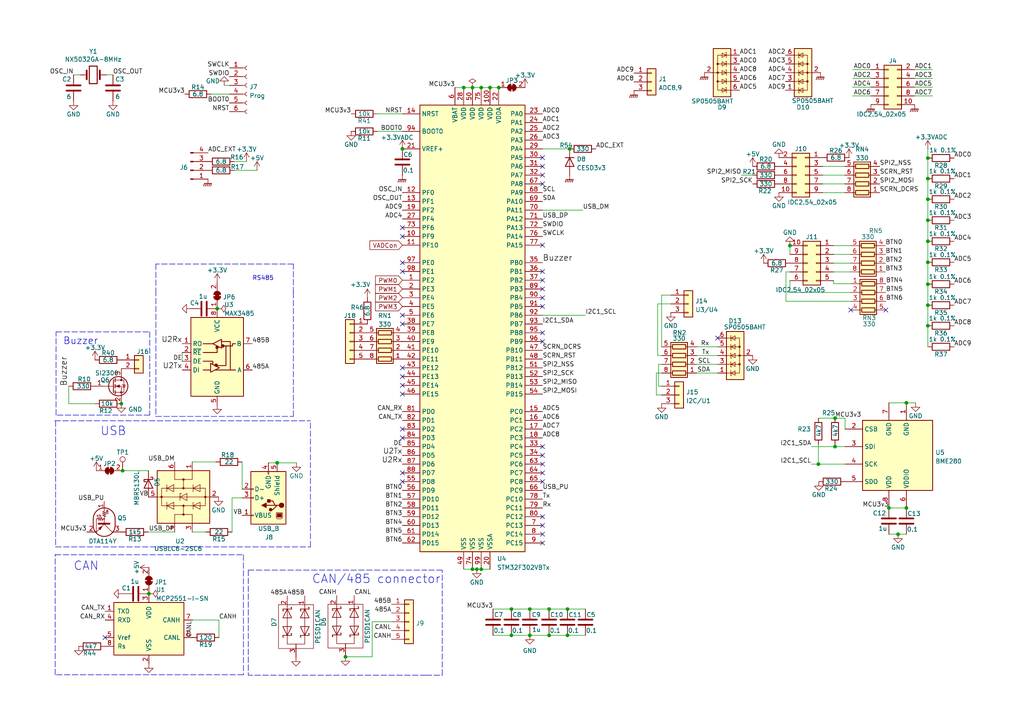
<source format=kicad_sch>
(kicad_sch (version 20211123) (generator eeschema)
  (paper "A4")
  (junction (at 269.113 82.423))
  (junction (at 229.108 71.247))
  (junction (at 165.227 43.18))
  (junction (at 35.179 117.094))
  (junction (at 144.653 25.4))
  (junction (at 142.113 25.4))
  (junction (at 260.477 154.94))
  (junction (at 137.033 165.1))
  (junction (at 269.113 88.519))
  (junction (at 100.203 190.5))
  (junction (at 134.493 25.4))
  (junction (at 159.258 176.657))
  (junction (at 257.81 147.32))
  (junction (at 164.592 184.277))
  (junction (at 159.258 184.277))
  (junction (at 269.113 51.816))
  (junction (at 242.189 121.285))
  (junction (at 153.67 184.277))
  (junction (at 262.89 147.32))
  (junction (at 269.113 45.847))
  (junction (at 269.113 94.488))
  (junction (at 139.573 25.4))
  (junction (at 269.113 69.977))
  (junction (at 269.113 63.881))
  (junction (at 139.573 165.1))
  (junction (at 148.336 176.657))
  (junction (at 262.89 116.84))
  (junction (at 137.033 25.4))
  (junction (at 269.113 57.785))
  (junction (at 43.18 172.212))
  (junction (at 269.113 76.073))
  (junction (at 62.992 89.535))
  (junction (at 148.336 184.277))
  (junction (at 237.363 134.62))
  (junction (at 164.592 176.657))
  (junction (at 153.67 176.657))
  (junction (at 80.391 134.239))
  (junction (at 116.713 43.18))
  (junction (at 35.56 136.525))
  (junction (at 242.189 129.54))
  (junction (at 138.303 165.1))
  (no_connect (at 157.353 71.12))
  (no_connect (at 157.353 132.08))
  (no_connect (at 157.353 129.54))
  (no_connect (at 256.921 89.916))
  (no_connect (at 246.761 89.916))
  (no_connect (at 157.353 157.48))
  (no_connect (at 116.713 66.04))
  (no_connect (at 157.353 81.28))
  (no_connect (at 157.353 45.72))
  (no_connect (at 157.353 48.26))
  (no_connect (at 157.353 50.8))
  (no_connect (at 157.353 53.34))
  (no_connect (at 30.48 184.912))
  (no_connect (at 208.153 98.044))
  (no_connect (at 116.713 137.16))
  (no_connect (at 116.713 139.7))
  (no_connect (at 116.713 106.68))
  (no_connect (at 116.713 109.22))
  (no_connect (at 116.713 111.76))
  (no_connect (at 116.713 114.3))
  (no_connect (at 116.713 124.46))
  (no_connect (at 116.713 127))
  (no_connect (at 157.353 139.7))
  (no_connect (at 157.353 137.16))
  (no_connect (at 157.353 134.62))
  (no_connect (at 157.353 154.94))
  (no_connect (at 157.353 152.4))
  (no_connect (at 157.353 149.86))
  (no_connect (at 116.713 68.58))
  (no_connect (at 157.353 99.06))
  (no_connect (at 157.353 96.52))
  (no_connect (at 157.353 78.74))
  (no_connect (at 116.713 76.2))
  (no_connect (at 116.713 78.74))
  (no_connect (at 116.713 91.44))
  (no_connect (at 116.713 93.98))
  (no_connect (at 157.353 83.82))
  (no_connect (at 157.353 88.9))
  (no_connect (at 157.353 86.36))
  (wire (pts (xy 159.258 176.657) (xy 164.592 176.657)))
  (wire (pts (xy 235.331 134.62) (xy 237.363 134.62)))
  (wire (pts (xy 131.953 25.4) (xy 134.493 25.4)))
  (wire (pts (xy 238.633 50.8) (xy 244.983 50.8)))
  (wire (pts (xy 241.808 76.327) (xy 246.634 76.327)))
  (wire (pts (xy 208.153 100.584) (xy 202.057 100.584)))
  (wire (pts (xy 269.113 51.816) (xy 269.113 57.785)))
  (wire (pts (xy 137.033 165.1) (xy 138.303 165.1)))
  (wire (pts (xy 191.897 103.124) (xy 190.754 103.124)))
  (wire (pts (xy 67.31 144.399) (xy 70.231 144.399)))
  (polyline (pts (xy 128.27 165.354) (xy 123.317 165.354)))
  (wire (pts (xy 265.303 20.193) (xy 270.51 20.193)))
  (wire (pts (xy 229.108 78.867) (xy 227.965 78.867)))
  (wire (pts (xy 32.766 21.717) (xy 30.861 21.717)))
  (polyline (pts (xy 16.129 122.047) (xy 16.129 158.623)))
  (wire (pts (xy 153.67 184.277) (xy 159.258 184.277)))
  (wire (pts (xy 237.363 121.285) (xy 242.189 121.285)))
  (wire (pts (xy 242.189 129.54) (xy 245.11 129.54)))
  (wire (pts (xy 247.269 20.193) (xy 252.603 20.193)))
  (wire (pts (xy 269.113 43.307) (xy 269.113 45.847)))
  (wire (pts (xy 241.808 78.867) (xy 246.634 78.867)))
  (wire (pts (xy 134.493 25.4) (xy 137.033 25.4)))
  (wire (pts (xy 269.113 45.847) (xy 269.113 51.816)))
  (wire (pts (xy 80.391 134.239) (xy 85.979 134.239)))
  (wire (pts (xy 143.002 176.657) (xy 148.336 176.657)))
  (polyline (pts (xy 72.009 165.354) (xy 72.009 195.834)))
  (polyline (pts (xy 123.571 195.834) (xy 128.27 195.834)))
  (wire (pts (xy 229.108 71.247) (xy 229.108 73.787)))
  (wire (pts (xy 148.336 184.277) (xy 153.67 184.277)))
  (wire (pts (xy 208.153 105.664) (xy 202.057 105.664)))
  (wire (pts (xy 245.11 134.62) (xy 237.363 134.62)))
  (wire (pts (xy 265.303 22.733) (xy 270.51 22.733)))
  (wire (pts (xy 237.363 134.62) (xy 237.363 128.905)))
  (wire (pts (xy 241.808 73.787) (xy 246.634 73.787)))
  (polyline (pts (xy 85.09 120.777) (xy 85.09 84.201)))
  (wire (pts (xy 247.269 25.273) (xy 252.603 25.273)))
  (wire (pts (xy 257.81 154.94) (xy 260.477 154.94)))
  (wire (pts (xy 241.808 81.407) (xy 241.808 82.296)))
  (wire (pts (xy 107.95 180.34) (xy 107.95 190.5)))
  (wire (pts (xy 100.203 190.627) (xy 100.203 190.5)))
  (polyline (pts (xy 16.256 120.396) (xy 16.256 96.266)))
  (polyline (pts (xy 72.009 165.354) (xy 123.571 165.354)))
  (polyline (pts (xy 16.129 158.623) (xy 90.043 158.623)))
  (wire (pts (xy 139.573 25.4) (xy 142.113 25.4)))
  (wire (pts (xy 208.153 103.124) (xy 202.057 103.124)))
  (wire (pts (xy 238.633 48.26) (xy 244.983 48.26)))
  (wire (pts (xy 194.564 88.138) (xy 190.754 88.138)))
  (wire (pts (xy 227.965 87.376) (xy 246.761 87.376)))
  (wire (pts (xy 42.926 154.305) (xy 50.673 154.305)))
  (wire (pts (xy 52.832 104.775) (xy 52.832 102.235)))
  (wire (pts (xy 35.56 136.525) (xy 43.053 136.525)))
  (wire (pts (xy 260.477 154.94) (xy 262.89 154.94)))
  (wire (pts (xy 159.258 184.277) (xy 164.592 184.277)))
  (wire (pts (xy 229.108 84.836) (xy 229.108 81.407)))
  (wire (pts (xy 262.89 116.84) (xy 265.557 116.84)))
  (wire (pts (xy 169.799 176.657) (xy 164.592 176.657)))
  (wire (pts (xy 247.269 22.733) (xy 252.603 22.733)))
  (wire (pts (xy 169.799 184.277) (xy 164.592 184.277)))
  (wire (pts (xy 138.303 165.1) (xy 139.573 165.1)))
  (wire (pts (xy 242.189 128.905) (xy 242.189 129.54)))
  (wire (pts (xy 148.336 176.657) (xy 153.67 176.657)))
  (wire (pts (xy 241.808 82.296) (xy 246.761 82.296)))
  (wire (pts (xy 269.113 57.785) (xy 269.113 63.881)))
  (wire (pts (xy 19.939 117.094) (xy 19.939 112.014)))
  (polyline (pts (xy 123.571 195.834) (xy 72.009 195.834)))
  (wire (pts (xy 142.113 25.4) (xy 144.653 25.4)))
  (polyline (pts (xy 70.612 195.707) (xy 16.002 195.707)))
  (polyline (pts (xy 16.002 195.707) (xy 16.002 160.782)))
  (wire (pts (xy 241.808 71.247) (xy 246.634 71.247)))
  (wire (pts (xy 190.373 108.204) (xy 190.373 114.554)))
  (polyline (pts (xy 45.212 76.581) (xy 45.212 84.074)))
  (wire (pts (xy 65.024 24.765) (xy 66.548 24.765)))
  (polyline (pts (xy 43.434 96.266) (xy 43.434 120.396)))
  (polyline (pts (xy 128.27 195.834) (xy 128.27 165.354)))
  (wire (pts (xy 238.633 53.34) (xy 244.983 53.34)))
  (wire (pts (xy 191.897 85.598) (xy 191.897 100.584)))
  (wire (pts (xy 227.965 78.867) (xy 227.965 87.376)))
  (wire (pts (xy 238.633 55.88) (xy 244.983 55.88)))
  (wire (pts (xy 246.761 84.836) (xy 229.108 84.836)))
  (wire (pts (xy 134.493 165.1) (xy 137.033 165.1)))
  (polyline (pts (xy 45.212 84.201) (xy 45.212 120.777)))
  (polyline (pts (xy 15.875 122.047) (xy 90.043 122.047)))
  (wire (pts (xy 139.573 165.1) (xy 142.113 165.1)))
  (wire (pts (xy 191.008 105.664) (xy 191.897 105.664)))
  (wire (pts (xy 61.214 27.305) (xy 66.548 27.305)))
  (wire (pts (xy 63.5 184.912) (xy 63.5 179.832)))
  (wire (pts (xy 55.753 154.305) (xy 59.69 154.305)))
  (polyline (pts (xy 85.09 84.963) (xy 85.09 76.581)))
  (polyline (pts (xy 43.434 120.396) (xy 16.256 120.396)))
  (wire (pts (xy 269.113 94.488) (xy 269.113 100.584)))
  (wire (pts (xy 67.31 154.305) (xy 67.31 144.399)))
  (wire (pts (xy 169.799 91.44) (xy 157.353 91.44)))
  (wire (pts (xy 137.033 25.4) (xy 139.573 25.4)))
  (wire (pts (xy 269.113 82.423) (xy 269.113 88.519)))
  (wire (pts (xy 215.011 50.8) (xy 218.313 50.8)))
  (wire (pts (xy 109.474 33.02) (xy 116.713 33.02)))
  (wire (pts (xy 269.113 63.881) (xy 269.113 69.977)))
  (wire (pts (xy 265.303 25.273) (xy 270.51 25.273)))
  (wire (pts (xy 242.189 121.285) (xy 245.11 121.285)))
  (wire (pts (xy 169.037 60.96) (xy 157.353 60.96)))
  (wire (pts (xy 55.753 133.985) (xy 62.611 133.985)))
  (wire (pts (xy 191.897 112.014) (xy 191.008 112.014)))
  (wire (pts (xy 269.113 69.977) (xy 269.113 76.073)))
  (wire (pts (xy 190.373 114.554) (xy 191.897 114.554)))
  (polyline (pts (xy 16.002 160.909) (xy 70.612 160.909)))
  (wire (pts (xy 257.81 147.32) (xy 262.89 147.32)))
  (wire (pts (xy 190.754 88.138) (xy 190.754 103.124)))
  (wire (pts (xy 269.113 76.073) (xy 269.113 82.423)))
  (wire (pts (xy 21.336 21.717) (xy 23.241 21.717)))
  (wire (pts (xy 67.945 46.863) (xy 71.501 46.863)))
  (wire (pts (xy 100.203 190.5) (xy 107.95 190.5)))
  (wire (pts (xy 109.474 38.1) (xy 116.713 38.1)))
  (wire (pts (xy 208.153 108.204) (xy 202.057 108.204)))
  (wire (pts (xy 265.303 27.813) (xy 270.51 27.813)))
  (wire (pts (xy 153.67 176.657) (xy 159.258 176.657)))
  (wire (pts (xy 77.851 134.239) (xy 80.391 134.239)))
  (polyline (pts (xy 85.09 76.581) (xy 45.212 76.581)))
  (wire (pts (xy 245.11 121.285) (xy 245.11 124.46)))
  (wire (pts (xy 191.897 85.598) (xy 194.564 85.598)))
  (polyline (pts (xy 16.256 96.266) (xy 43.434 96.266)))
  (polyline (pts (xy 90.043 158.623) (xy 90.043 122.047)))
  (wire (pts (xy 247.269 27.813) (xy 252.603 27.813)))
  (wire (pts (xy 27.559 117.094) (xy 19.939 117.094)))
  (wire (pts (xy 143.002 184.277) (xy 148.336 184.277)))
  (wire (pts (xy 269.113 88.519) (xy 269.113 94.488)))
  (wire (pts (xy 191.008 112.014) (xy 191.008 105.664)))
  (polyline (pts (xy 70.612 160.909) (xy 70.612 195.707)))
  (wire (pts (xy 70.231 133.985) (xy 70.231 141.859)))
  (wire (pts (xy 67.945 49.403) (xy 74.549 49.403)))
  (wire (pts (xy 157.353 43.18) (xy 165.227 43.18)))
  (polyline (pts (xy 45.212 120.777) (xy 85.09 120.777)))
  (wire (pts (xy 257.81 116.84) (xy 262.89 116.84)))
  (wire (pts (xy 191.897 108.204) (xy 190.373 108.204)))
  (wire (pts (xy 63.5 179.832) (xy 55.88 179.832)))
  (wire (pts (xy 235.331 129.54) (xy 242.189 129.54)))
  (wire (pts (xy 113.538 180.34) (xy 107.95 180.34)))
  (text "USB" (at 36.703 126.619 180) (effects (font (size 2.4892 2.4892)) (justify right bottom)))
  (text "RS485" (at 73.152 81.534 0) (effects (font (size 1.27 1.27)) (justify left bottom)))
  (text "Buzzer" (at 18.288 100.203 0) (effects (font (size 2.0066 2.0066)) (justify left bottom)))
  (text "CAN/485 connector" (at 90.424 169.545 0) (effects (font (size 2.4892 2.4892)) (justify left bottom)))
  (text "CAN" (at 28.702 165.735 180) (effects (font (size 2.4892 2.4892)) (justify right bottom)))
  (label "CAN_TX" (at 30.48 177.292 180))
  (label "SPI2_SCK" (at 218.313 53.34 180))
  (label "ADC1" (at 265.303 20.193 0))
  (label "ADC8" (at 183.896 23.749 180))
  (label "ADC4" (at 116.713 63.5 180))
  (label "OSC_IN" (at 21.336 21.717 180))
  (label "MCU3v3" (at 131.953 25.4 180))
  (label "ADC_EXT" (at 172.847 43.18 0))
  (label "ADC0" (at 157.353 33.02 0))
  (label "SCRN_RST" (at 157.353 104.14 0))
  (label "ADC4" (at 252.603 25.273 180))
  (label "BOOT0" (at 66.548 29.845 180))
  (label "Tx" (at 205.74 103.124 180))
  (label "CANH" (at 113.538 185.42 180))
  (label "CAN_TX" (at 116.713 121.92 180))
  (label "OSC_IN" (at 116.713 55.88 180))
  (label "U2Tx" (at 52.832 107.315 180) (effects (font (size 1.524 1.524))))
  (label "OSC_OUT" (at 116.713 58.42 180))
  (label "SWDIO" (at 66.548 22.225 180))
  (label "DE" (at 52.832 104.775 180))
  (label "CAN_RX" (at 116.713 119.38 180))
  (label "MCU3v3" (at 257.81 147.32 180))
  (label "CAN_RX" (at 30.48 179.832 180))
  (label "VB" (at 70.231 149.479 180))
  (label "CANL" (at 55.88 184.912 90))
  (label "SCRN_RST" (at 255.143 50.8 0))
  (label "MCU3v3" (at 101.854 33.02 180))
  (label "SPI2_NSS" (at 255.143 48.26 0))
  (label "Buzzer" (at 19.939 112.014 90) (effects (font (size 1.7018 1.7018))))
  (label "ADC1" (at 276.733 51.816 0))
  (label "ADC5" (at 157.353 119.38 0))
  (label "MCU3v3" (at 25.146 154.305 180))
  (label "SDA" (at 157.353 58.42 0))
  (label "BTN1" (at 256.794 73.787 0))
  (label "SCRN_DCRS" (at 255.143 55.88 0))
  (label "USB_DP" (at 50.673 154.305 180))
  (label "ADC0" (at 276.733 45.847 0))
  (label "485B" (at 88.392 172.847 180))
  (label "SPI2_MISO" (at 157.353 111.76 0))
  (label "USB_DM" (at 169.037 60.96 0))
  (label "USB_DM" (at 50.673 133.985 180))
  (label "ADC7" (at 265.303 27.813 0))
  (label "NRST" (at 66.548 32.385 180))
  (label "ADC6" (at 252.603 27.813 180))
  (label "ADC4" (at 276.733 69.977 0))
  (label "SCRN_DCRS" (at 157.353 101.6 0))
  (label "485B" (at 113.538 175.26 180))
  (label "ADC2" (at 157.353 38.1 0))
  (label "BTN3" (at 256.794 78.867 0))
  (label "ADC0" (at 252.603 20.193 180))
  (label "VB" (at 43.053 144.145 180))
  (label "BTN2" (at 256.794 76.327 0))
  (label "ADC7" (at 157.353 124.46 0))
  (label "MCU3v3" (at 143.002 176.657 180))
  (label "USB_DP" (at 157.353 63.5 0))
  (label "CANL" (at 102.743 172.72 0))
  (label "U2Tx" (at 116.713 132.08 180) (effects (font (size 1.524 1.524))))
  (label "CANL" (at 113.538 182.88 180))
  (label "OSC_OUT" (at 32.766 21.717 0))
  (label "SWCLK" (at 66.548 19.685 180))
  (label "Buzzer" (at 157.353 76.2 0) (effects (font (size 1.7018 1.7018))))
  (label "BTN3" (at 116.713 149.86 180))
  (label "DE" (at 116.713 129.54 180))
  (label "485A" (at 113.538 177.8 180))
  (label "SPI2_MOSI" (at 255.143 53.34 0))
  (label "ADC3" (at 227.838 18.542 180))
  (label "SCL" (at 206.121 105.664 180))
  (label "ADC8" (at 157.353 127 0))
  (label "ADC0" (at 214.503 18.542 0))
  (label "ADC_EXT" (at 60.325 44.323 0))
  (label "I2C1_SDA" (at 235.331 129.54 180))
  (label "ADC7" (at 276.733 88.519 0))
  (label "ADC6" (at 157.353 121.92 0))
  (label "BTN5" (at 116.713 154.94 180))
  (label "ADC1" (at 214.503 16.002 0))
  (label "I2C1_SCL" (at 235.331 134.62 180))
  (label "U2Rx" (at 116.713 134.62 180) (effects (font (size 1.524 1.524))))
  (label "BOOT0" (at 116.713 38.1 180))
  (label "ADC2" (at 276.733 57.785 0))
  (label "U2Rx" (at 52.832 99.695 180) (effects (font (size 1.524 1.524))))
  (label "MCU3v3" (at 242.189 121.285 0))
  (label "SPI2_SCK" (at 157.353 109.22 0))
  (label "USB_PU" (at 30.226 145.415 180))
  (label "SDA" (at 205.994 108.204 180))
  (label "ADC6" (at 276.733 82.423 0))
  (label "BTN2" (at 116.713 147.32 180))
  (label "BTN1" (at 116.713 144.78 180))
  (label "I2C1_SDA" (at 157.353 93.98 0))
  (label "BTN6" (at 256.921 87.376 0))
  (label "I2C1_SCL" (at 169.799 91.44 0))
  (label "ADC9" (at 276.733 100.584 0))
  (label "ADC9" (at 227.838 26.162 180))
  (label "ADC3" (at 157.353 40.64 0))
  (label "MCU3v3" (at 53.594 27.305 180))
  (label "ADC9" (at 183.896 21.209 180))
  (label "SWCLK" (at 157.353 68.58 0))
  (label "ADC5" (at 276.733 76.073 0))
  (label "ADC3" (at 276.733 63.881 0))
  (label "ADC8" (at 276.733 94.488 0))
  (label "ADC8" (at 214.503 21.082 0))
  (label "ADC1" (at 157.353 35.56 0))
  (label "Rx" (at 157.353 147.32 0))
  (label "CANH" (at 97.663 172.72 180))
  (label "BTN4" (at 116.713 152.4 180))
  (label "ADC6" (at 214.503 23.622 0))
  (label "BTN5" (at 256.921 84.836 0))
  (label "NRST" (at 116.713 33.02 180))
  (label "BTN0" (at 256.794 71.247 0))
  (label "CANH" (at 63.5 179.832 0))
  (label "485A" (at 73.152 107.315 0))
  (label "BTN4" (at 256.921 82.296 0))
  (label "ADC9" (at 116.713 60.96 180))
  (label "SWDIO" (at 157.353 66.04 0))
  (label "Rx" (at 205.74 100.584 180))
  (label "SPI2_MOSI" (at 157.353 114.3 0))
  (label "BTN0" (at 116.713 142.24 180))
  (label "ADC5" (at 265.303 25.273 0))
  (label "BTN6" (at 116.713 157.48 180))
  (label "ADC5" (at 214.503 26.162 0))
  (label "Tx" (at 157.353 144.78 0))
  (label "ADC4" (at 227.838 21.082 180))
  (label "485B" (at 73.152 99.695 0))
  (label "ADC2" (at 227.838 16.002 180))
  (label "SPI2_MISO" (at 215.011 50.8 180))
  (label "ADC2" (at 252.603 22.733 180))
  (label "ADC3" (at 265.303 22.733 0))
  (label "USB_PU" (at 157.353 142.24 0))
  (label "SPI2_NSS" (at 157.353 106.68 0))
  (label "ADC7" (at 227.838 23.622 180))
  (label "SCL" (at 157.353 55.88 0))
  (label "485A" (at 83.312 172.847 180))
  (global_label "PWM1" (shape input) (at 116.713 83.82 180) (property "Intersheet References" "${INTERSHEET_REFS}" (effects hide)))
  (global_label "PWM3" (shape input) (at 116.713 88.9 180) (property "Intersheet References" "${INTERSHEET_REFS}" (effects hide)))
  (global_label "PWM0" (shape input) (at 116.713 81.28 180) (property "Intersheet References" "${INTERSHEET_REFS}" (effects hide)))
  (global_label "PWM2" (shape input) (at 116.713 86.36 180) (property "Intersheet References" "${INTERSHEET_REFS}" (effects hide)))
  (global_label "VADCon" (shape input) (at 116.713 71.12 180) (property "Intersheet References" "${INTERSHEET_REFS}" (effects hide)))
  (symbol (lib_id "Device:R") (at 272.923 100.584 90) (unit 1)
    (property "Reference" "R37" (at 272.923 102.743 90))
    (property "Value" "1k 0.1%" (at 273.304 98.425 90))
    (property "Footprint" "Resistor_SMD:R_0805_2012Metric_Pad1.20x1.40mm_HandSolder" (effects hide))
  )
  (symbol (lib_id "Device:R") (at 64.135 46.863 270) (unit 1)
    (property "Reference" "R16" (at 68.707 45.593 90))
    (property "Value" "6.8" (at 64.135 46.863 90))
    (property "Footprint" "Resistor_SMD:R_0603_1608Metric_Pad0.98x0.95mm_HandSolder" (effects hide))
  )
  (symbol (lib_id "power:+3.3VADC") (at 269.113 43.307 0) (unit 1)
    (property "Reference" "#PWR050" (effects hide))
    (property "Value" "+3.3VADC" (at 270.129 39.751 0))
  )
  (symbol (lib_id "power:GND") (at 138.303 165.1 0) (unit 1)
    (property "Reference" "#PWR032" (effects hide))
    (property "Value" "GND" (at 138.303 168.91 0))
  )
  (symbol (lib_id "Connector:Conn_01x04_Male") (at 55.245 49.403 0) (mirror x) (unit 1)
    (property "Reference" "J6" (at 54.5339 48.5668 0) (effects (justify right)))
    (property "Value" "ADCext" (effects hide))
    (property "Footprint" "Connector_JST:JST_EH_B4B-EH-A_1x04_P2.50mm_Vertical" (effects hide))
  )
  (symbol (lib_id "power:GND") (at 32.766 29.337 0) (unit 1)
    (property "Reference" "#PWR016" (effects hide))
    (property "Value" "GND" (at 32.766 33.147 0))
  )
  (symbol (lib_id "Device:D_Schottky") (at 43.053 140.335 270) (unit 1)
    (property "Reference" "D5" (at 45.593 139.827 0))
    (property "Value" "MBRS130L" (at 39.624 141.605 0))
    (property "Footprint" "Diode_SMD:D_SMB_Handsoldering" (effects hide))
  )
  (symbol (lib_id "Device:R") (at 272.923 88.519 90) (unit 1)
    (property "Reference" "R35" (at 272.923 90.678 90))
    (property "Value" "1k 0.1%" (at 273.304 86.36 90))
    (property "Footprint" "Resistor_SMD:R_0805_2012Metric_Pad1.20x1.40mm_HandSolder" (effects hide))
  )
  (symbol (lib_id "power:GND") (at 62.992 117.475 0) (unit 1)
    (property "Reference" "#PWR024" (effects hide))
    (property "Value" "GND" (effects hide))
  )
  (symbol (lib_id "Device:R") (at 272.923 76.073 90) (unit 1)
    (property "Reference" "R33" (at 272.923 78.232 90))
    (property "Value" "1k 0.1%" (at 273.304 73.914 90))
    (property "Footprint" "Resistor_SMD:R_0805_2012Metric_Pad1.20x1.40mm_HandSolder" (effects hide))
  )
  (symbol (lib_id "power:GND") (at 237.49 139.7 0) (unit 1)
    (property "Reference" "#PWR043" (effects hide))
    (property "Value" "GND" (at 237.49 143.51 0))
  )
  (symbol (lib_id "Jumper:SolderJumper_2_Bridged") (at 31.75 136.525 0) (unit 1)
    (property "Reference" "JP2" (at 31.75 134.4732 0))
    (property "Value" "USB5V" (effects hide))
    (property "Footprint" "Jumper:SolderJumper-2_P1.3mm_Open_TrianglePad1.0x1.5mm" (effects hide))
  )
  (symbol (lib_id "power:+3.3V") (at 221.488 76.327 0) (unit 1)
    (property "Reference" "#PWR045" (effects hide))
    (property "Value" "+3.3V" (at 221.488 72.771 0))
  )
  (symbol (lib_id "power:PWR_FLAG") (at 43.18 172.212 270) (unit 1)
    (property "Reference" "#FLG0101" (effects hide))
    (property "Value" "PWR_FLAG" (effects hide))
  )
  (symbol (lib_id "power:GNDPWR") (at 116.713 50.8 0) (unit 1)
    (property "Reference" "#PWR01" (effects hide))
    (property "Value" "GNDPWR" (effects hide))
  )
  (symbol (lib_id "Device:R") (at 272.923 63.881 90) (unit 1)
    (property "Reference" "R31" (at 272.923 66.04 90))
    (property "Value" "1k 0.1%" (at 273.304 61.722 90))
    (property "Footprint" "Resistor_SMD:R_0805_2012Metric_Pad1.20x1.40mm_HandSolder" (effects hide))
  )
  (symbol (lib_id "Device:C") (at 116.713 46.99 0) (unit 1)
    (property "Reference" "C6" (at 116.967 44.831 0) (effects (justify left)))
    (property "Value" "0.1" (at 116.84 49.403 0) (effects (justify left)))
    (property "Footprint" "Capacitor_SMD:C_0603_1608Metric_Pad1.08x0.95mm_HandSolder" (effects hide))
  )
  (symbol (lib_id "Connector_Generic:Conn_01x03") (at 199.644 88.138 0) (unit 1)
    (property "Reference" "J14" (at 201.676 87.3033 0) (effects (justify left)))
    (property "Value" "U3/U4" (at 201.676 89.8402 0) (effects (justify left)))
    (property "Footprint" "Connector_JST:JST_EH_B3B-EH-A_1x03_P2.50mm_Vertical" (effects hide))
  )
  (symbol (lib_id "power:GND") (at 225.933 55.88 0) (unit 1)
    (property "Reference" "#PWR039" (effects hide))
    (property "Value" "GND" (at 225.933 59.69 0))
  )
  (symbol (lib_id "Device:R") (at 26.67 187.452 90) (unit 1)
    (property "Reference" "R44" (at 27.94 189.484 90) (effects (justify left)))
    (property "Value" "4k7" (at 28.194 187.452 90) (effects (justify left)))
    (property "Footprint" "Resistor_SMD:R_0603_1608Metric_Pad0.98x0.95mm_HandSolder" (effects hide))
  )
  (symbol (lib_id "Device:R") (at 272.923 94.488 90) (unit 1)
    (property "Reference" "R36" (at 272.923 96.647 90))
    (property "Value" "1k 0.1%" (at 273.304 92.329 90))
    (property "Footprint" "Resistor_SMD:R_0805_2012Metric_Pad1.20x1.40mm_HandSolder" (effects hide))
  )
  (symbol (lib_id "Device:C") (at 159.258 180.467 0) (unit 1)
    (property "Reference" "C10" (at 159.512 178.308 0) (effects (justify left)))
    (property "Value" "0.1" (at 159.385 182.88 0) (effects (justify left)))
    (property "Footprint" "Capacitor_SMD:C_0603_1608Metric_Pad1.08x0.95mm_HandSolder" (effects hide))
  )
  (symbol (lib_id "Device:C") (at 59.182 89.535 90) (unit 1)
    (property "Reference" "C4" (at 57.785 87.884 90) (effects (justify left)))
    (property "Value" "1u" (at 60.198 85.979 90) (effects (justify left)))
    (property "Footprint" "Capacitor_SMD:C_0603_1608Metric_Pad1.08x0.95mm_HandSolder" (effects hide))
  )
  (symbol (lib_id "Device:R") (at 57.404 27.305 90) (unit 1)
    (property "Reference" "R14" (at 57.404 25.273 90))
    (property "Value" "6.8" (at 57.404 27.305 90))
    (property "Footprint" "Resistor_SMD:R_0603_1608Metric_Pad0.98x0.95mm_HandSolder" (effects hide))
  )
  (symbol (lib_id "Connector_Generic:Conn_02x05_Counter_Clockwise") (at 236.728 76.327 0) (mirror y) (unit 1)
    (property "Reference" "J11" (at 235.458 68.707 0))
    (property "Value" "IDC2.54_02x05" (at 232.156 84.074 0))
    (property "Footprint" "Connector_IDC:IDC-Header_2x05_P2.54mm_Vertical" (effects hide))
  )
  (symbol (lib_id "Device:R") (at 106.553 90.17 0) (unit 1)
    (property "Reference" "R46" (at 103.632 89.154 0))
    (property "Value" "6.8" (at 106.553 90.17 90))
    (property "Footprint" "Resistor_SMD:R_0603_1608Metric_Pad0.98x0.95mm_HandSolder" (effects hide))
  )
  (symbol (lib_id "Power_Protection:USBLC6-2SC6") (at 53.213 144.145 90) (mirror x) (unit 1)
    (property "Reference" "U2" (at 52.197 156.972 90))
    (property "Value" "USBLC6-2SC6" (at 51.689 159.131 90))
    (property "Footprint" "Package_TO_SOT_SMD:SOT-23-6" (effects hide))
    (property "Datasheet" "https://www.st.com/resource/en/datasheet/usblc6-2.pdf" (effects hide))
  )
  (symbol (lib_id "power:+5V") (at 74.549 49.403 0) (unit 1)
    (property "Reference" "#PWR028" (effects hide))
    (property "Value" "+5V" (at 74.549 45.8272 0))
  )
  (symbol (lib_id "power:GND") (at 65.024 24.765 180) (unit 1)
    (property "Reference" "#PWR026" (effects hide))
    (property "Value" "GND" (at 59.69 23.495 0) (effects (justify right)))
  )
  (symbol (lib_id "Power_Protection:SP0505BAHT") (at 209.423 21.082 270) (unit 1)
    (property "Reference" "D9" (at 209.423 31.115 90))
    (property "Value" "SP0505BAHT" (at 206.629 29.337 90))
    (property "Footprint" "Package_TO_SOT_SMD:SOT-23-6" (effects hide))
    (property "Datasheet" "http://www.littelfuse.com/~/media/files/littelfuse/technical%20resources/documents/data%20sheets/sp05xxba.pdf" (effects hide))
  )
  (symbol (lib_id "Device:R") (at 39.116 154.305 270) (unit 1)
    (property "Reference" "R13" (at 39.116 156.337 90))
    (property "Value" "1k5" (at 39.116 154.305 90))
    (property "Footprint" "Resistor_SMD:R_0603_1608Metric_Pad0.98x0.95mm_HandSolder" (effects hide))
  )
  (symbol (lib_id "Device:R") (at 237.363 125.095 0) (unit 1)
    (property "Reference" "R23" (at 231.267 124.46 0) (effects (justify left)))
    (property "Value" "4k7" (at 237.49 126.746 90) (effects (justify left)))
    (property "Footprint" "Resistor_SMD:R_0603_1608Metric_Pad0.98x0.95mm_HandSolder" (effects hide))
  )
  (symbol (lib_id "Device:C") (at 148.336 180.467 0) (unit 1)
    (property "Reference" "C8" (at 148.59 178.308 0) (effects (justify left)))
    (property "Value" "0.1" (at 148.463 182.88 0) (effects (justify left)))
    (property "Footprint" "Capacitor_SMD:C_0603_1608Metric_Pad1.08x0.95mm_HandSolder" (effects hide))
  )
  (symbol (lib_id "Device:R") (at 23.749 112.014 270) (unit 1)
    (property "Reference" "R10" (at 22.479 109.982 90) (effects (justify left)))
    (property "Value" "330" (at 22.225 112.014 90) (effects (justify left)))
    (property "Footprint" "Resistor_SMD:R_0603_1608Metric_Pad0.98x0.95mm_HandSolder" (effects hide))
  )
  (symbol (lib_id "power:PWR_FLAG") (at 62.992 89.535 270) (unit 1)
    (property "Reference" "#FLG0102" (effects hide))
    (property "Value" "PWR_FLAG" (effects hide))
  )
  (symbol (lib_id "Device:R") (at 169.037 43.18 90) (unit 1)
    (property "Reference" "R54" (at 164.211 42.164 90))
    (property "Value" "330" (at 169.037 43.18 90))
    (property "Footprint" "Resistor_SMD:R_0603_1608Metric_Pad0.98x0.95mm_HandSolder" (effects hide))
  )
  (symbol (lib_id "Device:R") (at 105.664 38.1 270) (unit 1)
    (property "Reference" "R11" (at 105.664 40.132 90))
    (property "Value" "10k" (at 105.664 38.1 90))
    (property "Footprint" "Resistor_SMD:R_0603_1608Metric_Pad0.98x0.95mm_HandSolder" (effects hide))
  )
  (symbol (lib_id "power:GNDPWR") (at 265.303 30.353 0) (unit 1)
    (property "Reference" "#PWR048" (effects hide))
    (property "Value" "GNDPWR" (effects hide))
  )
  (symbol (lib_id "Device:Q_NMOS_GSD") (at 32.639 112.014 0) (unit 1)
    (property "Reference" "Q6" (at 29.083 110.236 0) (effects (justify left)))
    (property "Value" "SI2300" (at 27.559 108.204 0) (effects (justify left)))
    (property "Footprint" "Package_TO_SOT_SMD:SOT-23_Handsoldering" (effects hide))
  )
  (symbol (lib_id "Interface_CAN_LIN:MCP2551-I-SN") (at 43.18 182.372 0) (unit 1)
    (property "Reference" "U1" (at 45.1994 171.0522 0) (effects (justify left)))
    (property "Value" "MCP2551-I-SN" (at 45.1994 173.5891 0) (effects (justify left)))
    (property "Footprint" "Package_SO:SOIC-8_3.9x4.9mm_P1.27mm" (effects hide))
    (property "Datasheet" "http://ww1.microchip.com/downloads/en/devicedoc/21667d.pdf" (effects hide))
  )
  (symbol (lib_id "Device:C") (at 169.799 180.467 0) (unit 1)
    (property "Reference" "C5" (at 170.053 178.308 0) (effects (justify left)))
    (property "Value" "0.1" (at 169.926 182.88 0) (effects (justify left)))
    (property "Footprint" "Capacitor_SMD:C_0603_1608Metric_Pad1.08x0.95mm_HandSolder" (effects hide))
  )
  (symbol (lib_id "power:+3.3V") (at 62.992 81.915 0) (unit 1)
    (property "Reference" "#PWR023" (effects hide))
    (property "Value" "+3.3V" (at 62.992 78.359 0))
  )
  (symbol (lib_id "power:GND") (at 260.477 154.94 0) (unit 1)
    (property "Reference" "#PWR047" (effects hide))
    (property "Value" "GND" (at 260.477 158.75 0))
  )
  (symbol (lib_id "Device:R_Pack04") (at 111.633 99.06 90) (unit 1)
    (property "Reference" "RN1" (at 111.633 91.5502 90))
    (property "Value" "330" (at 111.633 94.0871 90))
    (property "Footprint" "Resistor_SMD:R_Array_Convex_4x0603" (effects hide))
  )
  (symbol (lib_id "power:GND") (at 229.108 71.247 180) (unit 1)
    (property "Reference" "#PWR040" (effects hide))
    (property "Value" "GND" (at 229.108 67.437 0))
  )
  (symbol (lib_id "power:GND") (at 194.564 90.678 0) (unit 1)
    (property "Reference" "#PWR072" (effects hide))
    (property "Value" "GND" (at 194.564 94.488 0))
  )
  (symbol (lib_id "Interface_UART:MAX3485") (at 62.992 102.235 0) (unit 1)
    (property "Reference" "U3" (at 65.0114 88.3752 0) (effects (justify left)))
    (property "Value" "MAX3485" (at 65.0114 90.9121 0) (effects (justify left)))
    (property "Footprint" "Package_SO:SO-8_3.9x4.9mm_P1.27mm" (effects hide))
    (property "Datasheet" "https://datasheets.maximintegrated.com/en/ds/MAX3483-MAX3491.pdf" (effects hide))
  )
  (symbol (lib_id "Device:R") (at 272.923 45.847 90) (unit 1)
    (property "Reference" "R28" (at 272.923 48.006 90))
    (property "Value" "1k 0.1%" (at 273.431 43.561 90))
    (property "Footprint" "Resistor_SMD:R_0805_2012Metric_Pad1.20x1.40mm_HandSolder" (effects hide))
  )
  (symbol (lib_id "Connector:TestPoint") (at 35.56 136.525 0) (unit 1)
    (property "Reference" "TP1" (at 33.782 131.191 0) (effects (justify left)))
    (property "Value" "5Vusb" (effects hide))
    (property "Footprint" "TestPoint:TestPoint_THTPad_1.5x1.5mm_Drill0.7mm" (effects hide))
  )
  (symbol (lib_id "Connector_Generic:Conn_01x05") (at 118.618 180.34 0) (unit 1)
    (property "Reference" "J9" (at 120.65 180.7738 0) (effects (justify left)))
    (property "Value" "485{slash}CAN" (effects hide))
    (property "Footprint" "Connector_JST:JST_EH_B5B-EH-A_1x05_P2.50mm_Vertical" (effects hide))
  )
  (symbol (lib_id "Device:R") (at 63.5 154.305 270) (unit 1)
    (property "Reference" "R15" (at 63.5 156.337 90))
    (property "Value" "22" (at 63.5 154.305 90))
    (property "Footprint" "Resistor_SMD:R_0603_1608Metric_Pad0.98x0.95mm_HandSolder" (effects hide))
  )
  (symbol (lib_id "power:GND") (at 85.979 134.239 0) (unit 1)
    (property "Reference" "#PWR029" (effects hide))
    (property "Value" "GND" (at 85.979 138.049 0))
  )
  (symbol (lib_id "Connector_Generic:Conn_01x02") (at 40.259 104.394 0) (unit 1)
    (property "Reference" "J16" (at 39.624 101.981 0) (effects (justify left)))
    (property "Value" "buzzer" (effects hide))
    (property "Footprint" "Connector_PinSocket_2.54mm:PinSocket_1x02_P2.54mm_Vertical" (effects hide))
  )
  (symbol (lib_id "power:GND") (at 191.897 117.094 0) (unit 1)
    (property "Reference" "#PWR071" (effects hide))
    (property "Value" "GND" (at 191.897 120.904 0))
  )
  (symbol (lib_id "power:GND") (at 35.56 172.212 270) (unit 1)
    (property "Reference" "#PWR030" (effects hide))
    (property "Value" "GND" (effects hide))
  )
  (symbol (lib_id "power:GND") (at 43.18 192.532 0) (unit 1)
    (property "Reference" "#PWR019" (effects hide))
    (property "Value" "GND" (effects hide))
  )
  (symbol (lib_id "Device:R") (at 272.923 57.785 90) (unit 1)
    (property "Reference" "R30" (at 272.923 59.944 90))
    (property "Value" "1k 0.1%" (at 273.304 55.626 90))
    (property "Footprint" "Resistor_SMD:R_0805_2012Metric_Pad1.20x1.40mm_HandSolder" (effects hide))
  )
  (symbol (lib_id "power:GND") (at 21.336 29.337 0) (unit 1)
    (property "Reference" "#PWR013" (effects hide))
    (property "Value" "GND" (at 21.336 33.147 0))
  )
  (symbol (lib_id "Jumper:SolderJumper_2_Bridged") (at 43.18 168.402 90) (unit 1)
    (property "Reference" "JP1" (at 44.831 168.8358 90) (effects (justify right)))
    (property "Value" "CAN" (effects hide))
    (property "Footprint" "Jumper:SolderJumper-2_P1.3mm_Open_TrianglePad1.0x1.5mm" (effects hide))
  )
  (symbol (lib_id "power:+5V") (at 43.18 164.592 90) (unit 1)
    (property "Reference" "#PWR012" (effects hide))
    (property "Value" "+5V" (at 39.624 164.592 0))
  )
  (symbol (lib_id "Jumper:SolderJumper_2_Bridged") (at 148.463 25.4 0) (unit 1)
    (property "Reference" "JP3" (at 148.463 23.3482 0))
    (property "Value" "MCU" (effects hide))
    (property "Footprint" "Jumper:SolderJumper-2_P1.3mm_Open_TrianglePad1.0x1.5mm" (effects hide))
  )
  (symbol (lib_id "Device:R") (at 105.664 33.02 270) (unit 1)
    (property "Reference" "R41" (at 105.664 35.052 90))
    (property "Value" "10k" (at 105.664 33.02 90))
    (property "Footprint" "Resistor_SMD:R_0603_1608Metric_Pad0.98x0.95mm_HandSolder" (effects hide))
  )
  (symbol (lib_id "elements:PESD1CAN") (at 88.392 180.467 270) (unit 1)
    (property "Reference" "D7" (at 79.502 180.467 0))
    (property "Value" "PESD1CAN" (at 92.202 181.737 0))
    (property "Footprint" "Package_TO_SOT_SMD:SOT-23" (effects hide))
  )
  (symbol (lib_id "Device:C") (at 164.592 180.467 0) (unit 1)
    (property "Reference" "C11" (at 164.846 178.308 0) (effects (justify left)))
    (property "Value" "0.1" (at 164.719 182.88 0) (effects (justify left)))
    (property "Footprint" "Capacitor_SMD:C_0603_1608Metric_Pad1.08x0.95mm_HandSolder" (effects hide))
  )
  (symbol (lib_id "Power_Protection:SP0505BAHT") (at 232.918 21.082 90) (unit 1)
    (property "Reference" "D10" (at 232.918 31.115 90))
    (property "Value" "SP0505BAHT" (at 235.712 29.21 90))
    (property "Footprint" "Package_TO_SOT_SMD:SOT-23-6" (effects hide))
    (property "Datasheet" "http://www.littelfuse.com/~/media/files/littelfuse/technical%20resources/documents/data%20sheets/sp05xxba.pdf" (effects hide))
  )
  (symbol (lib_id "Device:R") (at 242.189 125.095 0) (unit 1)
    (property "Reference" "R25" (at 238.379 119.761 0) (effects (justify left)))
    (property "Value" "4k7" (at 242.316 126.746 90) (effects (justify left)))
    (property "Footprint" "Resistor_SMD:R_0603_1608Metric_Pad0.98x0.95mm_HandSolder" (effects hide))
  )
  (symbol (lib_id "Device:C") (at 21.336 25.527 0) (mirror y) (unit 1)
    (property "Reference" "C2" (at 20.701 22.987 0) (effects (justify left)))
    (property "Value" "6" (at 20.701 28.067 0) (effects (justify left)))
    (property "Footprint" "Capacitor_SMD:C_0603_1608Metric_Pad1.08x0.95mm_HandSolder" (effects hide))
  )
  (symbol (lib_id "power:GNDPWR") (at 237.998 21.082 0) (unit 1)
    (property "Reference" "#PWR051" (effects hide))
    (property "Value" "GNDPWR" (effects hide))
  )
  (symbol (lib_id "elements:PESD1CAN") (at 102.743 180.34 270) (unit 1)
    (property "Reference" "D6" (at 93.853 180.34 0))
    (property "Value" "PESD1CAN" (at 106.553 181.61 0))
    (property "Footprint" "Package_TO_SOT_SMD:SOT-23" (effects hide))
  )
  (symbol (lib_id "Power_Protection:SP0505BAHT") (at 213.233 103.124 90) (unit 1)
    (property "Reference" "D13" (at 213.233 93.091 90))
    (property "Value" "SP0505BAHT" (at 216.027 94.869 90))
    (property "Footprint" "Package_TO_SOT_SMD:SOT-23-6" (effects hide))
    (property "Datasheet" "http://www.littelfuse.com/~/media/files/littelfuse/technical%20resources/documents/data%20sheets/sp05xxba.pdf" (effects hide))
  )
  (symbol (lib_id "Connector:USB_B") (at 77.851 144.399 180) (unit 1)
    (property "Reference" "J8" (at 76.835 155.829 0) (effects (justify right)))
    (property "Value" "USB_B" (at 74.803 153.289 0) (effects (justify right)))
    (property "Footprint" "Connector_USB:USB_B_OST_USB-B1HSxx_Horizontal" (effects hide))
    (property "Datasheet" " ~" (effects hide))
  )
  (symbol (lib_id "Device:C") (at 143.002 180.467 0) (unit 1)
    (property "Reference" "C7" (at 143.256 178.308 0) (effects (justify left)))
    (property "Value" "0.1" (at 143.129 182.88 0) (effects (justify left)))
    (property "Footprint" "Capacitor_SMD:C_0603_1608Metric_Pad1.08x0.95mm_HandSolder" (effects hide))
  )
  (symbol (lib_id "Connector_Generic:Conn_01x05") (at 101.473 99.06 0) (mirror y) (unit 1)
    (property "Reference" "J18" (at 101.473 91.5472 0))
    (property "Value" "LEDs" (effects hide))
    (property "Footprint" "Connector_JST:JST_EH_B5B-EH-A_1x05_P2.50mm_Vertical" (effects hide))
  )
  (symbol (lib_id "Device:R") (at 59.69 184.912 270) (unit 1)
    (property "Reference" "R19" (at 59.69 186.944 90))
    (property "Value" "120" (at 59.69 184.912 90))
    (property "Footprint" "Resistor_SMD:R_1210_3225Metric_Pad1.30x2.65mm_HandSolder" (effects hide))
  )
  (symbol (lib_id "Connector_Generic:Conn_02x05_Odd_Even") (at 257.683 25.273 0) (unit 1)
    (property "Reference" "J4" (at 258.953 17.653 0))
    (property "Value" "IDC2.54_02x05" (at 255.651 33.147 0))
    (property "Footprint" "Connector_IDC:IDC-Header_2x05_P2.54mm_Vertical" (effects hide))
  )
  (symbol (lib_id "power:GND") (at 85.852 190.627 0) (unit 1)
    (property "Reference" "#PWR037" (effects hide))
    (property "Value" "GND" (effects hide))
  )
  (symbol (lib_id "Device:C") (at 32.766 25.527 0) (unit 1)
    (property "Reference" "C3" (at 33.401 22.987 0) (effects (justify left)))
    (property "Value" "6" (at 33.401 28.067 0) (effects (justify left)))
    (property "Footprint" "Capacitor_SMD:C_0603_1608Metric_Pad1.08x0.95mm_HandSolder" (effects hide))
  )
  (symbol (lib_id "power:+3.3V") (at 71.501 46.863 0) (unit 1)
    (property "Reference" "#PWR027" (effects hide))
    (property "Value" "+3.3V" (at 71.501 43.307 0))
  )
  (symbol (lib_id "Device:R") (at 225.298 76.327 270) (unit 1)
    (property "Reference" "R27" (at 225.298 78.359 90))
    (property "Value" "6.8" (at 225.298 76.327 90))
    (property "Footprint" "Resistor_SMD:R_0603_1608Metric_Pad0.98x0.95mm_HandSolder" (effects hide))
  )
  (symbol (lib_id "power:+3.3V") (at 27.559 104.394 0) (unit 1)
    (property "Reference" "#PWR017" (effects hide))
    (property "Value" "+3.3V" (at 27.559 100.8182 0))
  )
  (symbol (lib_id "Device:R_Pack04") (at 196.977 103.124 90) (unit 1)
    (property "Reference" "RN2" (at 197.104 96.52 90))
    (property "Value" "330" (at 196.977 98.1511 90))
    (property "Footprint" "Resistor_SMD:R_Array_Convex_4x0603" (effects hide))
  )
  (symbol (lib_id "Device:C") (at 257.81 151.13 0) (unit 1)
    (property "Reference" "C12" (at 253.111 148.844 0) (effects (justify left)))
    (property "Value" "1u" (at 254.762 153.289 0) (effects (justify left)))
    (property "Footprint" "Capacitor_SMD:C_0603_1608Metric_Pad1.08x0.95mm_HandSolder" (effects hide))
  )
  (symbol (lib_id "power:GNDPWR") (at 60.325 51.943 0) (unit 1)
    (property "Reference" "#PWR0101" (effects hide))
    (property "Value" "GNDPWR" (effects hide))
  )
  (symbol (lib_id "Device:R") (at 222.123 48.26 90) (unit 1)
    (property "Reference" "R20" (at 222.123 46.228 90))
    (property "Value" "6.8" (at 222.123 48.26 90))
    (property "Footprint" "Resistor_SMD:R_0603_1608Metric_Pad0.98x0.95mm_HandSolder" (effects hide))
  )
  (symbol (lib_id "Connector_Generic:Conn_01x03") (at 188.976 23.749 0) (unit 1)
    (property "Reference" "J1" (at 191.008 22.9143 0) (effects (justify left)))
    (property "Value" "ADC8,9" (at 191.008 25.4512 0) (effects (justify left)))
    (property "Footprint" "Connector_JST:JST_EH_B3B-EH-A_1x03_P2.50mm_Vertical" (effects hide))
  )
  (symbol (lib_id "Device:R") (at 222.123 50.8 90) (unit 1)
    (property "Reference" "R21" (at 217.297 49.784 90))
    (property "Value" "330" (at 222.123 50.8 90))
    (property "Footprint" "Resistor_SMD:R_0603_1608Metric_Pad0.98x0.95mm_HandSolder" (effects hide))
  )
  (symbol (lib_id "power:GND") (at 265.557 116.84 0) (unit 1)
    (property "Reference" "#PWR049" (effects hide))
    (property "Value" "GND" (at 265.557 120.65 0))
  )
  (symbol (lib_id "Connector_Generic:Conn_02x05_Odd_Even") (at 233.553 50.8 0) (mirror y) (unit 1)
    (property "Reference" "J10" (at 232.283 43.18 0))
    (property "Value" "IDC2.54_02x05" (at 235.585 58.674 0))
    (property "Footprint" "Connector_IDC:IDC-Header_2x05_P2.54mm_Vertical" (effects hide))
  )
  (symbol (lib_id "Device:R") (at 31.369 117.094 90) (unit 1)
    (property "Reference" "R12" (at 32.639 119.126 90) (effects (justify left)))
    (property "Value" "10k" (at 32.893 117.094 90) (effects (justify left)))
    (property "Footprint" "Resistor_SMD:R_0603_1608Metric_Pad0.98x0.95mm_HandSolder" (effects hide))
  )
  (symbol (lib_id "Device:D") (at 165.227 46.99 270) (unit 1)
    (property "Reference" "D8" (at 167.259 46.1553 90) (effects (justify left)))
    (property "Value" "CESD3v3" (at 167.259 48.6922 90) (effects (justify left)))
    (property "Footprint" "Diode_SMD:D_SOD-523" (effects hide))
  )
  (symbol (lib_id "Connector:Conn_01x06_Female") (at 71.628 24.765 0) (unit 1)
    (property "Reference" "J7" (at 72.3392 25.2003 0) (effects (justify left)))
    (property "Value" "Prog" (at 72.3392 27.7372 0) (effects (justify left)))
    (property "Footprint" "Connector_PinSocket_1.27mm:PinSocket_1x06_P1.27mm_Vertical" (effects hide))
  )
  (symbol (lib_id "power:GND") (at 225.933 45.72 180) (unit 1)
    (property "Reference" "#PWR038" (effects hide))
    (property "Value" "GND" (at 225.933 41.91 0))
  )
  (symbol (lib_id "power:GND") (at 218.313 103.124 0) (unit 1)
    (property "Reference" "#PWR073" (effects hide))
    (property "Value" "GND" (at 218.313 106.934 0))
  )
  (symbol (lib_id "power:+3.3V") (at 152.273 25.4 0) (unit 1)
    (property "Reference" "#PWR033" (effects hide))
    (property "Value" "+3.3V" (at 152.273 21.844 0))
  )
  (symbol (lib_id "power:+3.3VADC") (at 116.713 43.18 0) (unit 1)
    (property "Reference" "#PWR031" (effects hide))
    (property "Value" "+3.3VADC" (at 115.189 39.878 0))
  )
  (symbol (lib_id "power:GND") (at 100.203 190.5 0) (unit 1)
    (property "Reference" "#PWR069" (effects hide))
    (property "Value" "GND" (effects hide))
  )
  (symbol (lib_id "Device:C") (at 39.37 172.212 90) (unit 1)
    (property "Reference" "C1" (at 37.973 170.561 90) (effects (justify left)))
    (property "Value" "1u" (at 40.386 168.656 90) (effects (justify left)))
    (property "Footprint" "Capacitor_SMD:C_0603_1608Metric_Pad1.08x0.95mm_HandSolder" (effects hide))
  )
  (symbol (lib_id "power:GND") (at 35.179 117.094 0) (unit 1)
    (property "Reference" "#PWR018" (effects hide))
    (property "Value" "GND" (at 39.243 118.745 0))
  )
  (symbol (lib_id "power:GND") (at 63.373 144.145 0) (unit 1)
    (property "Reference" "#PWR025" (effects hide))
    (property "Value" "GND" (at 63.373 147.955 0))
  )
  (symbol (lib_id "power:+5V") (at 27.94 136.525 0) (unit 1)
    (property "Reference" "#PWR014" (effects hide))
    (property "Value" "+5V" (at 27.94 132.969 0))
  )
  (symbol (lib_id "Jumper:SolderJumper_2_Bridged") (at 62.992 85.725 90) (unit 1)
    (property "Reference" "JP6" (at 64.643 86.1588 90) (effects (justify right)))
    (property "Value" "RS-485" (effects hide))
    (property "Footprint" "Jumper:SolderJumper-2_P1.3mm_Open_TrianglePad1.0x1.5mm" (effects hide))
  )
  (symbol (lib_id "power:GND") (at 101.854 38.1 0) (unit 1)
    (property "Reference" "#PWR011" (effects hide))
    (property "Value" "GND" (at 101.854 41.91 0))
  )
  (symbol (lib_id "power:GND") (at 153.67 184.277 0) (unit 1)
    (property "Reference" "#PWR034" (effects hide))
    (property "Value" "GND" (at 153.67 188.7204 0))
  )
  (symbol (lib_id "power:+3.3V") (at 106.553 86.36 0) (unit 1)
    (property "Reference" "#PWR02" (effects hide))
    (property "Value" "+3.3V" (at 104.521 82.55 0))
  )
  (symbol (lib_id "power:GND") (at 22.86 187.452 0) (unit 1)
    (property "Reference" "#PWR021" (effects hide))
    (property "Value" "GND" (effects hide))
  )
  (symbol (lib_id "Device:Crystal") (at 27.051 21.717 0) (unit 1)
    (property "Reference" "Y1" (at 27.051 14.9098 0))
    (property "Value" "NX5032GA-8MHz" (at 27.051 17.2212 0))
    (property "Footprint" "Crystal:Crystal_SMD_5032-2Pin_5.0x3.2mm" (effects hide))
  )
  (symbol (lib_id "power:GNDPWR") (at 165.227 50.8 0) (unit 1)
    (property "Reference" "#PWR015" (effects hide))
    (property "Value" "GNDPWR" (effects hide))
  )
  (symbol (lib_id "Device:R") (at 66.421 133.985 270) (unit 1)
    (property "Reference" "R18" (at 66.04 131.953 90))
    (property "Value" "22" (at 66.421 133.985 90))
    (property "Footprint" "Resistor_SMD:R_0603_1608Metric_Pad0.98x0.95mm_HandSolder" (effects hide))
  )
  (symbol (lib_id "power:GNDPWR") (at 252.603 30.353 0) (unit 1)
    (property "Reference" "#PWR046" (effects hide))
    (property "Value" "GNDPWR" (effects hide))
  )
  (symbol (lib_id "Device:R") (at 272.923 69.977 90) (unit 1)
    (property "Reference" "R32" (at 272.923 72.136 90))
    (property "Value" "1k 0.1%" (at 273.304 67.818 90))
    (property "Footprint" "Resistor_SMD:R_0805_2012Metric_Pad1.20x1.40mm_HandSolder" (effects hide))
  )
  (symbol (lib_id "Connector_Generic:Conn_01x03") (at 196.977 114.554 0) (unit 1)
    (property "Reference" "J15" (at 199.009 113.7193 0) (effects (justify left)))
    (property "Value" "I2C/U1" (at 199.009 116.2562 0) (effects (justify left)))
    (property "Footprint" "Connector_JST:JST_EH_B3B-EH-A_1x03_P2.50mm_Vertical" (effects hide))
  )
  (symbol (lib_id "power:GNDPWR") (at 204.343 21.082 0) (unit 1)
    (property "Reference" "#PWR042" (effects hide))
    (property "Value" "GNDPWR" (effects hide))
  )
  (symbol (lib_id "MCU_ST_STM32F3:STM32F302VBTx") (at 137.033 93.98 0) (unit 1)
    (property "Reference" "U4" (at 144.1324 162.0504 0) (effects (justify left)))
    (property "Value" "STM32F302VBTx" (at 144.1324 164.5873 0) (effects (justify left)))
    (property "Footprint" "Package_QFP:LQFP-100_14x14mm_P0.5mm" (effects hide))
    (property "Datasheet" "http://www.st.com/st-web-ui/static/active/en/resource/technical/document/datasheet/DM00094064.pdf" (effects hide))
  )
  (symbol (lib_id "power:+5V") (at 218.313 48.26 0) (unit 1)
    (property "Reference" "#PWR036" (effects hide))
    (property "Value" "+5V" (at 218.313 44.6842 0))
  )
  (symbol (lib_id "Sensor:BME280") (at 260.35 132.08 180) (unit 1)
    (property "Reference" "U5" (at 271.272 131.2453 0) (effects (justify right)))
    (property "Value" "BME280" (at 271.272 133.7822 0) (effects (justify right)))
    (property "Footprint" "Package_LGA:Bosch_LGA-8_2.5x2.5mm_P0.65mm_ClockwisePinNumbering" (effects hide))
    (property "Datasheet" "https://ae-bst.resource.bosch.com/media/_tech/media/datasheets/BST-BME280-DS002.pdf" (effects hide))
  )
  (symbol (lib_id "Transistor_BJT:DTA114Y") (at 30.226 151.765 270) (unit 1)
    (property "Reference" "Q5" (at 34.036 150.241 90) (effects (justify left)))
    (property "Value" "DTA114Y" (at 25.654 156.972 90) (effects (justify left)))
    (property "Footprint" "Package_TO_SOT_SMD:SOT-323_SC-70_Handsoldering" (effects hide))
  )
  (symbol (lib_id "Device:R") (at 242.443 45.72 90) (unit 1)
    (property "Reference" "R26" (at 242.443 43.688 90))
    (property "Value" "6.8" (at 242.443 45.72 90))
    (property "Footprint" "Resistor_SMD:R_0603_1608Metric_Pad0.98x0.95mm_HandSolder" (effects hide))
  )
  (symbol (lib_id "Device:C") (at 262.89 151.13 0) (unit 1)
    (property "Reference" "C13" (at 263.144 148.971 0) (effects (justify left)))
    (property "Value" "0.1" (at 263.017 153.543 0) (effects (justify left)))
    (property "Footprint" "Capacitor_SMD:C_0603_1608Metric_Pad1.08x0.95mm_HandSolder" (effects hide))
  )
  (symbol (lib_id "Device:R") (at 272.923 51.816 90) (unit 1)
    (property "Reference" "R29" (at 272.923 53.975 90))
    (property "Value" "1k 0.1%" (at 273.304 49.657 90))
    (property "Footprint" "Resistor_SMD:R_0805_2012Metric_Pad1.20x1.40mm_HandSolder" (effects hide))
  )
  (symbol (lib_id "Device:C") (at 153.67 180.467 0) (unit 1)
    (property "Reference" "C9" (at 154.178 178.308 0) (effects (justify left)))
    (property "Value" "1u" (at 154.305 182.626 0) (effects (justify left)))
    (property "Footprint" "Capacitor_SMD:C_0603_1608Metric_Pad1.08x0.95mm_HandSolder" (effects hide))
  )
  (symbol (lib_id "Device:R_Pack04") (at 250.063 50.8 90) (unit 1)
    (property "Reference" "RN4" (at 250.063 43.2902 90))
    (property "Value" "330" (at 250.063 45.8271 90))
    (property "Footprint" "Resistor_SMD:R_Array_Convex_4x0603" (effects hide))
  )
  (symbol (lib_id "power:PWR_FLAG") (at 137.033 25.4 0) (unit 1)
    (property "Reference" "#FLG02" (effects hide))
    (property "Value" "PWR_FLAG" (effects hide))
  )
  (symbol (lib_id "Device:R_Pack04") (at 251.841 87.376 270) (unit 1)
    (property "Reference" "RN3" (at 252.095 92.202 90))
    (property "Value" "330" (at 252.095 93.98 90))
    (property "Footprint" "Resistor_SMD:R_Array_Convex_4x0603" (effects hide))
  )
  (symbol (lib_id "Device:R") (at 272.923 82.423 90) (unit 1)
    (property "Reference" "R34" (at 272.923 84.582 90))
    (property "Value" "1k 0.1%" (at 273.304 80.264 90))
    (property "Footprint" "Resistor_SMD:R_0805_2012Metric_Pad1.20x1.40mm_HandSolder" (effects hide))
  )
  (symbol (lib_id "Device:R") (at 241.3 139.7 90) (unit 1)
    (property "Reference" "R24" (at 241.046 141.732 90))
    (property "Value" "330" (at 241.3 139.7 90))
    (property "Footprint" "Resistor_SMD:R_0603_1608Metric_Pad0.98x0.95mm_HandSolder" (effects hide))
  )
  (symbol (lib_id "power:+3.3V") (at 246.253 45.72 0) (unit 1)
    (property "Reference" "#PWR044" (effects hide))
    (property "Value" "+3.3V" (at 246.253 42.164 0))
  )
  (symbol (lib_id "Device:R") (at 222.123 53.34 90) (unit 1)
    (property "Reference" "R22" (at 221.869 55.372 90))
    (property "Value" "330" (at 222.123 53.34 90))
    (property "Footprint" "Resistor_SMD:R_0603_1608Metric_Pad0.98x0.95mm_HandSolder" (effects hide))
  )
  (symbol (lib_id "power:GNDPWR") (at 183.896 26.289 0) (unit 1)
    (property "Reference" "#PWR020" (effects hide))
    (property "Value" "GNDPWR" (effects hide))
  )
  (symbol (lib_id "Device:R_Pack04") (at 251.714 73.787 90) (unit 1)
    (property "Reference" "RN5" (at 254 66.929 90))
    (property "Value" "330" (at 251.714 68.707 90))
    (property "Footprint" "Resistor_SMD:R_Array_Convex_4x0603" (effects hide))
  )
  (symbol (lib_id "Device:R") (at 64.135 49.403 270) (unit 1)
    (property "Reference" "R17" (at 68.834 48.387 90))
    (property "Value" "6.8" (at 64.135 49.403 90))
    (property "Footprint" "Resistor_SMD:R_0603_1608Metric_Pad0.98x0.95mm_HandSolder" (effects hide))
  )
  (symbol (lib_id "power:GND") (at 55.372 89.535 270) (unit 1)
    (property "Reference" "#PWR035" (effects hide))
    (property "Value" "GND" (effects hide))
  )
  (symbol (lib_id "Device:R") (at 31.369 104.394 90) (unit 1)
    (property "Reference" "R40" (at 31.369 102.362 90))
    (property "Value" "6.8" (at 31.369 104.394 90))
    (property "Footprint" "Resistor_SMD:R_0603_1608Metric_Pad0.98x0.95mm_HandSolder" (effects hide))
  )
)
</source>
